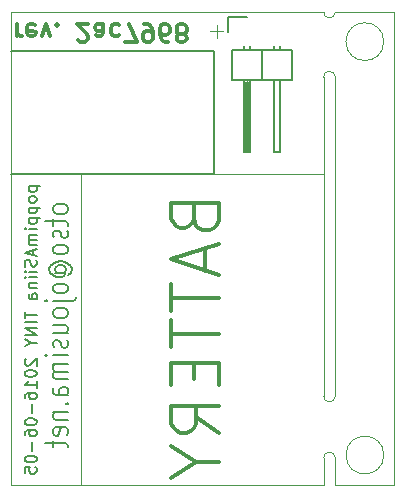
<source format=gbo>
G04 #@! TF.FileFunction,Legend,Bot*
%FSLAX46Y46*%
G04 Gerber Fmt 4.6, Leading zero omitted, Abs format (unit mm)*
G04 Created by KiCad (PCBNEW 4.0.2-stable) date 05/06/2016 01:14:18*
%MOMM*%
G01*
G04 APERTURE LIST*
%ADD10C,0.100000*%
%ADD11C,0.300000*%
%ADD12C,0.200000*%
%ADD13C,0.150000*%
G04 APERTURE END LIST*
D10*
X127500000Y-52200000D02*
X127500000Y-51100000D01*
X126900000Y-51600000D02*
X128000000Y-51600000D01*
D11*
X110557145Y-51021429D02*
X110557145Y-52021429D01*
X110557145Y-51735714D02*
X110628573Y-51878571D01*
X110700002Y-51950000D01*
X110842859Y-52021429D01*
X110985716Y-52021429D01*
X112057144Y-51092857D02*
X111914287Y-51021429D01*
X111628573Y-51021429D01*
X111485716Y-51092857D01*
X111414287Y-51235714D01*
X111414287Y-51807143D01*
X111485716Y-51950000D01*
X111628573Y-52021429D01*
X111914287Y-52021429D01*
X112057144Y-51950000D01*
X112128573Y-51807143D01*
X112128573Y-51664286D01*
X111414287Y-51521429D01*
X112628573Y-52021429D02*
X112985716Y-51021429D01*
X113342858Y-52021429D01*
X113914287Y-51164286D02*
X113985715Y-51092857D01*
X113914287Y-51021429D01*
X113842858Y-51092857D01*
X113914287Y-51164286D01*
X113914287Y-51021429D01*
X115700001Y-52378571D02*
X115771430Y-52450000D01*
X115914287Y-52521429D01*
X116271430Y-52521429D01*
X116414287Y-52450000D01*
X116485716Y-52378571D01*
X116557144Y-52235714D01*
X116557144Y-52092857D01*
X116485716Y-51878571D01*
X115628573Y-51021429D01*
X116557144Y-51021429D01*
X117842858Y-51021429D02*
X117842858Y-51807143D01*
X117771429Y-51950000D01*
X117628572Y-52021429D01*
X117342858Y-52021429D01*
X117200001Y-51950000D01*
X117842858Y-51092857D02*
X117700001Y-51021429D01*
X117342858Y-51021429D01*
X117200001Y-51092857D01*
X117128572Y-51235714D01*
X117128572Y-51378571D01*
X117200001Y-51521429D01*
X117342858Y-51592857D01*
X117700001Y-51592857D01*
X117842858Y-51664286D01*
X119200001Y-51092857D02*
X119057144Y-51021429D01*
X118771430Y-51021429D01*
X118628572Y-51092857D01*
X118557144Y-51164286D01*
X118485715Y-51307143D01*
X118485715Y-51735714D01*
X118557144Y-51878571D01*
X118628572Y-51950000D01*
X118771430Y-52021429D01*
X119057144Y-52021429D01*
X119200001Y-51950000D01*
X119700001Y-52521429D02*
X120700001Y-52521429D01*
X120057144Y-51021429D01*
X121342857Y-51021429D02*
X121628572Y-51021429D01*
X121771429Y-51092857D01*
X121842857Y-51164286D01*
X121985715Y-51378571D01*
X122057143Y-51664286D01*
X122057143Y-52235714D01*
X121985715Y-52378571D01*
X121914286Y-52450000D01*
X121771429Y-52521429D01*
X121485715Y-52521429D01*
X121342857Y-52450000D01*
X121271429Y-52378571D01*
X121200000Y-52235714D01*
X121200000Y-51878571D01*
X121271429Y-51735714D01*
X121342857Y-51664286D01*
X121485715Y-51592857D01*
X121771429Y-51592857D01*
X121914286Y-51664286D01*
X121985715Y-51735714D01*
X122057143Y-51878571D01*
X123342857Y-52521429D02*
X123057143Y-52521429D01*
X122914286Y-52450000D01*
X122842857Y-52378571D01*
X122700000Y-52164286D01*
X122628571Y-51878571D01*
X122628571Y-51307143D01*
X122700000Y-51164286D01*
X122771428Y-51092857D01*
X122914286Y-51021429D01*
X123200000Y-51021429D01*
X123342857Y-51092857D01*
X123414286Y-51164286D01*
X123485714Y-51307143D01*
X123485714Y-51664286D01*
X123414286Y-51807143D01*
X123342857Y-51878571D01*
X123200000Y-51950000D01*
X122914286Y-51950000D01*
X122771428Y-51878571D01*
X122700000Y-51807143D01*
X122628571Y-51664286D01*
X124342857Y-51878571D02*
X124199999Y-51950000D01*
X124128571Y-52021429D01*
X124057142Y-52164286D01*
X124057142Y-52235714D01*
X124128571Y-52378571D01*
X124199999Y-52450000D01*
X124342857Y-52521429D01*
X124628571Y-52521429D01*
X124771428Y-52450000D01*
X124842857Y-52378571D01*
X124914285Y-52235714D01*
X124914285Y-52164286D01*
X124842857Y-52021429D01*
X124771428Y-51950000D01*
X124628571Y-51878571D01*
X124342857Y-51878571D01*
X124199999Y-51807143D01*
X124128571Y-51735714D01*
X124057142Y-51592857D01*
X124057142Y-51307143D01*
X124128571Y-51164286D01*
X124199999Y-51092857D01*
X124342857Y-51021429D01*
X124628571Y-51021429D01*
X124771428Y-51092857D01*
X124842857Y-51164286D01*
X124914285Y-51307143D01*
X124914285Y-51592857D01*
X124842857Y-51735714D01*
X124771428Y-51807143D01*
X124628571Y-51878571D01*
X125514286Y-67500000D02*
X125704762Y-68071429D01*
X125895238Y-68261905D01*
X126276190Y-68452381D01*
X126847619Y-68452381D01*
X127228571Y-68261905D01*
X127419048Y-68071429D01*
X127609524Y-67690476D01*
X127609524Y-66166667D01*
X123609524Y-66166667D01*
X123609524Y-67500000D01*
X123800000Y-67880953D01*
X123990476Y-68071429D01*
X124371429Y-68261905D01*
X124752381Y-68261905D01*
X125133333Y-68071429D01*
X125323810Y-67880953D01*
X125514286Y-67500000D01*
X125514286Y-66166667D01*
X126466667Y-69976191D02*
X126466667Y-71880953D01*
X127609524Y-69595238D02*
X123609524Y-70928572D01*
X127609524Y-72261905D01*
X123609524Y-73023809D02*
X123609524Y-75309524D01*
X127609524Y-74166667D02*
X123609524Y-74166667D01*
X123609524Y-76071428D02*
X123609524Y-78357143D01*
X127609524Y-77214286D02*
X123609524Y-77214286D01*
X125514286Y-79690476D02*
X125514286Y-81023809D01*
X127609524Y-81595238D02*
X127609524Y-79690476D01*
X123609524Y-79690476D01*
X123609524Y-81595238D01*
X127609524Y-85595238D02*
X125704762Y-84261905D01*
X127609524Y-83309524D02*
X123609524Y-83309524D01*
X123609524Y-84833333D01*
X123800000Y-85214286D01*
X123990476Y-85404762D01*
X124371429Y-85595238D01*
X124942857Y-85595238D01*
X125323810Y-85404762D01*
X125514286Y-85214286D01*
X125704762Y-84833333D01*
X125704762Y-83309524D01*
X125704762Y-88071429D02*
X127609524Y-88071429D01*
X123609524Y-86738095D02*
X125704762Y-88071429D01*
X123609524Y-89404762D01*
D12*
X111535714Y-64738095D02*
X112535714Y-64738095D01*
X111583333Y-64738095D02*
X111535714Y-64833333D01*
X111535714Y-65023810D01*
X111583333Y-65119048D01*
X111630952Y-65166667D01*
X111726190Y-65214286D01*
X112011905Y-65214286D01*
X112107143Y-65166667D01*
X112154762Y-65119048D01*
X112202381Y-65023810D01*
X112202381Y-64833333D01*
X112154762Y-64738095D01*
X112202381Y-65785714D02*
X112154762Y-65690476D01*
X112107143Y-65642857D01*
X112011905Y-65595238D01*
X111726190Y-65595238D01*
X111630952Y-65642857D01*
X111583333Y-65690476D01*
X111535714Y-65785714D01*
X111535714Y-65928572D01*
X111583333Y-66023810D01*
X111630952Y-66071429D01*
X111726190Y-66119048D01*
X112011905Y-66119048D01*
X112107143Y-66071429D01*
X112154762Y-66023810D01*
X112202381Y-65928572D01*
X112202381Y-65785714D01*
X111535714Y-66547619D02*
X112535714Y-66547619D01*
X111583333Y-66547619D02*
X111535714Y-66642857D01*
X111535714Y-66833334D01*
X111583333Y-66928572D01*
X111630952Y-66976191D01*
X111726190Y-67023810D01*
X112011905Y-67023810D01*
X112107143Y-66976191D01*
X112154762Y-66928572D01*
X112202381Y-66833334D01*
X112202381Y-66642857D01*
X112154762Y-66547619D01*
X111535714Y-67452381D02*
X112535714Y-67452381D01*
X111583333Y-67452381D02*
X111535714Y-67547619D01*
X111535714Y-67738096D01*
X111583333Y-67833334D01*
X111630952Y-67880953D01*
X111726190Y-67928572D01*
X112011905Y-67928572D01*
X112107143Y-67880953D01*
X112154762Y-67833334D01*
X112202381Y-67738096D01*
X112202381Y-67547619D01*
X112154762Y-67452381D01*
X112202381Y-68357143D02*
X111535714Y-68357143D01*
X111202381Y-68357143D02*
X111250000Y-68309524D01*
X111297619Y-68357143D01*
X111250000Y-68404762D01*
X111202381Y-68357143D01*
X111297619Y-68357143D01*
X112202381Y-68833333D02*
X111535714Y-68833333D01*
X111630952Y-68833333D02*
X111583333Y-68880952D01*
X111535714Y-68976190D01*
X111535714Y-69119048D01*
X111583333Y-69214286D01*
X111678571Y-69261905D01*
X112202381Y-69261905D01*
X111678571Y-69261905D02*
X111583333Y-69309524D01*
X111535714Y-69404762D01*
X111535714Y-69547619D01*
X111583333Y-69642857D01*
X111678571Y-69690476D01*
X112202381Y-69690476D01*
X111916667Y-70119047D02*
X111916667Y-70595238D01*
X112202381Y-70023809D02*
X111202381Y-70357142D01*
X112202381Y-70690476D01*
X112154762Y-70976190D02*
X112202381Y-71119047D01*
X112202381Y-71357143D01*
X112154762Y-71452381D01*
X112107143Y-71500000D01*
X112011905Y-71547619D01*
X111916667Y-71547619D01*
X111821429Y-71500000D01*
X111773810Y-71452381D01*
X111726190Y-71357143D01*
X111678571Y-71166666D01*
X111630952Y-71071428D01*
X111583333Y-71023809D01*
X111488095Y-70976190D01*
X111392857Y-70976190D01*
X111297619Y-71023809D01*
X111250000Y-71071428D01*
X111202381Y-71166666D01*
X111202381Y-71404762D01*
X111250000Y-71547619D01*
X112202381Y-71976190D02*
X111535714Y-71976190D01*
X111202381Y-71976190D02*
X111250000Y-71928571D01*
X111297619Y-71976190D01*
X111250000Y-72023809D01*
X111202381Y-71976190D01*
X111297619Y-71976190D01*
X112202381Y-72452380D02*
X111535714Y-72452380D01*
X111202381Y-72452380D02*
X111250000Y-72404761D01*
X111297619Y-72452380D01*
X111250000Y-72499999D01*
X111202381Y-72452380D01*
X111297619Y-72452380D01*
X111535714Y-72928570D02*
X112202381Y-72928570D01*
X111630952Y-72928570D02*
X111583333Y-72976189D01*
X111535714Y-73071427D01*
X111535714Y-73214285D01*
X111583333Y-73309523D01*
X111678571Y-73357142D01*
X112202381Y-73357142D01*
X112202381Y-74261904D02*
X111678571Y-74261904D01*
X111583333Y-74214285D01*
X111535714Y-74119047D01*
X111535714Y-73928570D01*
X111583333Y-73833332D01*
X112154762Y-74261904D02*
X112202381Y-74166666D01*
X112202381Y-73928570D01*
X112154762Y-73833332D01*
X112059524Y-73785713D01*
X111964286Y-73785713D01*
X111869048Y-73833332D01*
X111821429Y-73928570D01*
X111821429Y-74166666D01*
X111773810Y-74261904D01*
X111202381Y-75357142D02*
X111202381Y-75928571D01*
X112202381Y-75642856D02*
X111202381Y-75642856D01*
X112202381Y-76261904D02*
X111202381Y-76261904D01*
X112202381Y-76738094D02*
X111202381Y-76738094D01*
X112202381Y-77309523D01*
X111202381Y-77309523D01*
X111726190Y-77976189D02*
X112202381Y-77976189D01*
X111202381Y-77642856D02*
X111726190Y-77976189D01*
X111202381Y-78309523D01*
X111297619Y-79357142D02*
X111250000Y-79404761D01*
X111202381Y-79499999D01*
X111202381Y-79738095D01*
X111250000Y-79833333D01*
X111297619Y-79880952D01*
X111392857Y-79928571D01*
X111488095Y-79928571D01*
X111630952Y-79880952D01*
X112202381Y-79309523D01*
X112202381Y-79928571D01*
X111202381Y-80547618D02*
X111202381Y-80642857D01*
X111250000Y-80738095D01*
X111297619Y-80785714D01*
X111392857Y-80833333D01*
X111583333Y-80880952D01*
X111821429Y-80880952D01*
X112011905Y-80833333D01*
X112107143Y-80785714D01*
X112154762Y-80738095D01*
X112202381Y-80642857D01*
X112202381Y-80547618D01*
X112154762Y-80452380D01*
X112107143Y-80404761D01*
X112011905Y-80357142D01*
X111821429Y-80309523D01*
X111583333Y-80309523D01*
X111392857Y-80357142D01*
X111297619Y-80404761D01*
X111250000Y-80452380D01*
X111202381Y-80547618D01*
X112202381Y-81833333D02*
X112202381Y-81261904D01*
X112202381Y-81547618D02*
X111202381Y-81547618D01*
X111345238Y-81452380D01*
X111440476Y-81357142D01*
X111488095Y-81261904D01*
X111202381Y-82690476D02*
X111202381Y-82499999D01*
X111250000Y-82404761D01*
X111297619Y-82357142D01*
X111440476Y-82261904D01*
X111630952Y-82214285D01*
X112011905Y-82214285D01*
X112107143Y-82261904D01*
X112154762Y-82309523D01*
X112202381Y-82404761D01*
X112202381Y-82595238D01*
X112154762Y-82690476D01*
X112107143Y-82738095D01*
X112011905Y-82785714D01*
X111773810Y-82785714D01*
X111678571Y-82738095D01*
X111630952Y-82690476D01*
X111583333Y-82595238D01*
X111583333Y-82404761D01*
X111630952Y-82309523D01*
X111678571Y-82261904D01*
X111773810Y-82214285D01*
X111821429Y-83214285D02*
X111821429Y-83976190D01*
X111202381Y-84642856D02*
X111202381Y-84738095D01*
X111250000Y-84833333D01*
X111297619Y-84880952D01*
X111392857Y-84928571D01*
X111583333Y-84976190D01*
X111821429Y-84976190D01*
X112011905Y-84928571D01*
X112107143Y-84880952D01*
X112154762Y-84833333D01*
X112202381Y-84738095D01*
X112202381Y-84642856D01*
X112154762Y-84547618D01*
X112107143Y-84499999D01*
X112011905Y-84452380D01*
X111821429Y-84404761D01*
X111583333Y-84404761D01*
X111392857Y-84452380D01*
X111297619Y-84499999D01*
X111250000Y-84547618D01*
X111202381Y-84642856D01*
X111202381Y-85833333D02*
X111202381Y-85642856D01*
X111250000Y-85547618D01*
X111297619Y-85499999D01*
X111440476Y-85404761D01*
X111630952Y-85357142D01*
X112011905Y-85357142D01*
X112107143Y-85404761D01*
X112154762Y-85452380D01*
X112202381Y-85547618D01*
X112202381Y-85738095D01*
X112154762Y-85833333D01*
X112107143Y-85880952D01*
X112011905Y-85928571D01*
X111773810Y-85928571D01*
X111678571Y-85880952D01*
X111630952Y-85833333D01*
X111583333Y-85738095D01*
X111583333Y-85547618D01*
X111630952Y-85452380D01*
X111678571Y-85404761D01*
X111773810Y-85357142D01*
X111821429Y-86357142D02*
X111821429Y-87119047D01*
X111202381Y-87785713D02*
X111202381Y-87880952D01*
X111250000Y-87976190D01*
X111297619Y-88023809D01*
X111392857Y-88071428D01*
X111583333Y-88119047D01*
X111821429Y-88119047D01*
X112011905Y-88071428D01*
X112107143Y-88023809D01*
X112154762Y-87976190D01*
X112202381Y-87880952D01*
X112202381Y-87785713D01*
X112154762Y-87690475D01*
X112107143Y-87642856D01*
X112011905Y-87595237D01*
X111821429Y-87547618D01*
X111583333Y-87547618D01*
X111392857Y-87595237D01*
X111297619Y-87642856D01*
X111250000Y-87690475D01*
X111202381Y-87785713D01*
X111202381Y-89023809D02*
X111202381Y-88547618D01*
X111678571Y-88499999D01*
X111630952Y-88547618D01*
X111583333Y-88642856D01*
X111583333Y-88880952D01*
X111630952Y-88976190D01*
X111678571Y-89023809D01*
X111773810Y-89071428D01*
X112011905Y-89071428D01*
X112107143Y-89023809D01*
X112154762Y-88976190D01*
X112202381Y-88880952D01*
X112202381Y-88642856D01*
X112154762Y-88547618D01*
X112107143Y-88499999D01*
X114904762Y-66571429D02*
X114809524Y-66428571D01*
X114714286Y-66357143D01*
X114523810Y-66285714D01*
X113952381Y-66285714D01*
X113761905Y-66357143D01*
X113666667Y-66428571D01*
X113571429Y-66571429D01*
X113571429Y-66785714D01*
X113666667Y-66928571D01*
X113761905Y-67000000D01*
X113952381Y-67071429D01*
X114523810Y-67071429D01*
X114714286Y-67000000D01*
X114809524Y-66928571D01*
X114904762Y-66785714D01*
X114904762Y-66571429D01*
X113571429Y-67500000D02*
X113571429Y-68071429D01*
X112904762Y-67714286D02*
X114619048Y-67714286D01*
X114809524Y-67785714D01*
X114904762Y-67928572D01*
X114904762Y-68071429D01*
X114809524Y-68500000D02*
X114904762Y-68642857D01*
X114904762Y-68928572D01*
X114809524Y-69071429D01*
X114619048Y-69142857D01*
X114523810Y-69142857D01*
X114333333Y-69071429D01*
X114238095Y-68928572D01*
X114238095Y-68714286D01*
X114142857Y-68571429D01*
X113952381Y-68500000D01*
X113857143Y-68500000D01*
X113666667Y-68571429D01*
X113571429Y-68714286D01*
X113571429Y-68928572D01*
X113666667Y-69071429D01*
X114904762Y-70000001D02*
X114809524Y-69857143D01*
X114714286Y-69785715D01*
X114523810Y-69714286D01*
X113952381Y-69714286D01*
X113761905Y-69785715D01*
X113666667Y-69857143D01*
X113571429Y-70000001D01*
X113571429Y-70214286D01*
X113666667Y-70357143D01*
X113761905Y-70428572D01*
X113952381Y-70500001D01*
X114523810Y-70500001D01*
X114714286Y-70428572D01*
X114809524Y-70357143D01*
X114904762Y-70214286D01*
X114904762Y-70000001D01*
X113952381Y-72071429D02*
X113857143Y-72000001D01*
X113761905Y-71857144D01*
X113761905Y-71714286D01*
X113857143Y-71571429D01*
X113952381Y-71500001D01*
X114142857Y-71428572D01*
X114333333Y-71428572D01*
X114523810Y-71500001D01*
X114619048Y-71571429D01*
X114714286Y-71714286D01*
X114714286Y-71857144D01*
X114619048Y-72000001D01*
X114523810Y-72071429D01*
X113761905Y-72071429D02*
X114523810Y-72071429D01*
X114619048Y-72142858D01*
X114619048Y-72214286D01*
X114523810Y-72357144D01*
X114333333Y-72428572D01*
X113857143Y-72428572D01*
X113571429Y-72285715D01*
X113380952Y-72071429D01*
X113285714Y-71785715D01*
X113380952Y-71500001D01*
X113571429Y-71285715D01*
X113857143Y-71142858D01*
X114238095Y-71071429D01*
X114619048Y-71142858D01*
X114904762Y-71285715D01*
X115095238Y-71500001D01*
X115190476Y-71785715D01*
X115095238Y-72071429D01*
X114904762Y-72285715D01*
X114904762Y-73285715D02*
X114809524Y-73142857D01*
X114714286Y-73071429D01*
X114523810Y-73000000D01*
X113952381Y-73000000D01*
X113761905Y-73071429D01*
X113666667Y-73142857D01*
X113571429Y-73285715D01*
X113571429Y-73500000D01*
X113666667Y-73642857D01*
X113761905Y-73714286D01*
X113952381Y-73785715D01*
X114523810Y-73785715D01*
X114714286Y-73714286D01*
X114809524Y-73642857D01*
X114904762Y-73500000D01*
X114904762Y-73285715D01*
X113571429Y-74428572D02*
X115285714Y-74428572D01*
X115476190Y-74357143D01*
X115571429Y-74214286D01*
X115571429Y-74142858D01*
X112904762Y-74428572D02*
X113000000Y-74357143D01*
X113095238Y-74428572D01*
X113000000Y-74500000D01*
X112904762Y-74428572D01*
X113095238Y-74428572D01*
X114904762Y-75357144D02*
X114809524Y-75214286D01*
X114714286Y-75142858D01*
X114523810Y-75071429D01*
X113952381Y-75071429D01*
X113761905Y-75142858D01*
X113666667Y-75214286D01*
X113571429Y-75357144D01*
X113571429Y-75571429D01*
X113666667Y-75714286D01*
X113761905Y-75785715D01*
X113952381Y-75857144D01*
X114523810Y-75857144D01*
X114714286Y-75785715D01*
X114809524Y-75714286D01*
X114904762Y-75571429D01*
X114904762Y-75357144D01*
X113571429Y-77142858D02*
X114904762Y-77142858D01*
X113571429Y-76500001D02*
X114619048Y-76500001D01*
X114809524Y-76571429D01*
X114904762Y-76714287D01*
X114904762Y-76928572D01*
X114809524Y-77071429D01*
X114714286Y-77142858D01*
X114809524Y-77785715D02*
X114904762Y-77928572D01*
X114904762Y-78214287D01*
X114809524Y-78357144D01*
X114619048Y-78428572D01*
X114523810Y-78428572D01*
X114333333Y-78357144D01*
X114238095Y-78214287D01*
X114238095Y-78000001D01*
X114142857Y-77857144D01*
X113952381Y-77785715D01*
X113857143Y-77785715D01*
X113666667Y-77857144D01*
X113571429Y-78000001D01*
X113571429Y-78214287D01*
X113666667Y-78357144D01*
X114904762Y-79071430D02*
X113571429Y-79071430D01*
X112904762Y-79071430D02*
X113000000Y-79000001D01*
X113095238Y-79071430D01*
X113000000Y-79142858D01*
X112904762Y-79071430D01*
X113095238Y-79071430D01*
X114904762Y-79785716D02*
X113571429Y-79785716D01*
X113761905Y-79785716D02*
X113666667Y-79857144D01*
X113571429Y-80000002D01*
X113571429Y-80214287D01*
X113666667Y-80357144D01*
X113857143Y-80428573D01*
X114904762Y-80428573D01*
X113857143Y-80428573D02*
X113666667Y-80500002D01*
X113571429Y-80642859D01*
X113571429Y-80857144D01*
X113666667Y-81000002D01*
X113857143Y-81071430D01*
X114904762Y-81071430D01*
X114904762Y-82428573D02*
X113857143Y-82428573D01*
X113666667Y-82357144D01*
X113571429Y-82214287D01*
X113571429Y-81928573D01*
X113666667Y-81785716D01*
X114809524Y-82428573D02*
X114904762Y-82285716D01*
X114904762Y-81928573D01*
X114809524Y-81785716D01*
X114619048Y-81714287D01*
X114428571Y-81714287D01*
X114238095Y-81785716D01*
X114142857Y-81928573D01*
X114142857Y-82285716D01*
X114047619Y-82428573D01*
X114714286Y-83142859D02*
X114809524Y-83214287D01*
X114904762Y-83142859D01*
X114809524Y-83071430D01*
X114714286Y-83142859D01*
X114904762Y-83142859D01*
X113571429Y-83857145D02*
X114904762Y-83857145D01*
X113761905Y-83857145D02*
X113666667Y-83928573D01*
X113571429Y-84071431D01*
X113571429Y-84285716D01*
X113666667Y-84428573D01*
X113857143Y-84500002D01*
X114904762Y-84500002D01*
X114809524Y-85785716D02*
X114904762Y-85642859D01*
X114904762Y-85357145D01*
X114809524Y-85214288D01*
X114619048Y-85142859D01*
X113857143Y-85142859D01*
X113666667Y-85214288D01*
X113571429Y-85357145D01*
X113571429Y-85642859D01*
X113666667Y-85785716D01*
X113857143Y-85857145D01*
X114047619Y-85857145D01*
X114238095Y-85142859D01*
X113571429Y-86285716D02*
X113571429Y-86857145D01*
X112904762Y-86500002D02*
X114619048Y-86500002D01*
X114809524Y-86571430D01*
X114904762Y-86714288D01*
X114904762Y-86857145D01*
D10*
X127200000Y-63700000D02*
X136500000Y-63700000D01*
X116000000Y-63800000D02*
X116000000Y-90000000D01*
X137000000Y-50500000D02*
G75*
G03X137500000Y-50000000I0J500000D01*
G01*
X136500000Y-50000000D02*
G75*
G03X137000000Y-50500000I500000J0D01*
G01*
X136500000Y-57750000D02*
X136500000Y-55500000D01*
X137500000Y-55500000D02*
X137500000Y-57750000D01*
X137500000Y-55500000D02*
G75*
G03X137000000Y-55000000I-500000J0D01*
G01*
X137000000Y-55000000D02*
G75*
G03X136500000Y-55500000I0J-500000D01*
G01*
X137500000Y-65750000D02*
X137500000Y-70500000D01*
X136500000Y-58500000D02*
X136500000Y-63250000D01*
X136500000Y-75500000D02*
X136500000Y-70750000D01*
X137500000Y-70750000D02*
X137500000Y-75500000D01*
X136500000Y-87750000D02*
X136500000Y-90000000D01*
X137500000Y-90000000D02*
X137500000Y-87750000D01*
X137500000Y-57750000D02*
X137500000Y-65750000D01*
X137500000Y-70500000D02*
X137500000Y-70750000D01*
X136500000Y-63500000D02*
X136500000Y-70750000D01*
X136500000Y-63500000D02*
X136500000Y-63250000D01*
X141600000Y-87500000D02*
G75*
G03X141600000Y-87500000I-1600000J0D01*
G01*
X141600000Y-52500000D02*
G75*
G03X141600000Y-52500000I-1600000J0D01*
G01*
X136500000Y-58500000D02*
X136500000Y-57750000D01*
X142500000Y-90000000D02*
X140000000Y-90000000D01*
X142500000Y-50000000D02*
X139000000Y-50000000D01*
X142500000Y-90000000D02*
X142500000Y-50000000D01*
X139000000Y-50000000D02*
X137500000Y-50000000D01*
X136500000Y-50000000D02*
X110000000Y-50000000D01*
X136500000Y-82500000D02*
X136500000Y-75500000D01*
X137500000Y-75500000D02*
X137500000Y-82500000D01*
X137000000Y-83000000D02*
G75*
G03X137500000Y-82500000I0J500000D01*
G01*
X136500000Y-82500000D02*
G75*
G03X137000000Y-83000000I500000J0D01*
G01*
X137500000Y-87750000D02*
G75*
G03X137000000Y-87250000I-500000J0D01*
G01*
X137000000Y-87250000D02*
G75*
G03X136500000Y-87750000I0J-500000D01*
G01*
X137500000Y-90000000D02*
X139000000Y-90000000D01*
X136500000Y-90000000D02*
X110000000Y-90000000D01*
X140000000Y-90000000D02*
X139000000Y-90000000D01*
X110000000Y-50000000D02*
X110000000Y-90000000D01*
D13*
X110200000Y-63700000D02*
X110000000Y-63700000D01*
X110200000Y-63700000D02*
X127200000Y-63700000D01*
X127200000Y-63700000D02*
X127200000Y-62700000D01*
X110000000Y-53300000D02*
X127200000Y-53300000D01*
X127200000Y-53300000D02*
X127200000Y-59300000D01*
X127200000Y-59300000D02*
X127200000Y-62700000D01*
X128450000Y-50400000D02*
X130000000Y-50400000D01*
X128450000Y-51700000D02*
X128450000Y-50400000D01*
X129873000Y-55891000D02*
X129873000Y-61733000D01*
X129873000Y-61733000D02*
X130127000Y-61733000D01*
X130127000Y-61733000D02*
X130127000Y-55891000D01*
X130127000Y-55891000D02*
X130000000Y-55891000D01*
X130000000Y-55891000D02*
X130000000Y-61733000D01*
X129746000Y-53224000D02*
X129746000Y-52843000D01*
X130254000Y-53224000D02*
X130254000Y-52843000D01*
X132286000Y-53224000D02*
X132286000Y-52843000D01*
X132794000Y-53224000D02*
X132794000Y-52843000D01*
X128730000Y-53224000D02*
X128730000Y-55764000D01*
X131270000Y-53224000D02*
X131270000Y-55764000D01*
X131270000Y-53224000D02*
X133810000Y-53224000D01*
X133810000Y-53224000D02*
X133810000Y-55764000D01*
X132286000Y-55764000D02*
X132286000Y-61860000D01*
X132286000Y-61860000D02*
X132794000Y-61860000D01*
X132794000Y-61860000D02*
X132794000Y-55764000D01*
X133810000Y-55764000D02*
X131270000Y-55764000D01*
X131270000Y-55764000D02*
X128730000Y-55764000D01*
X130254000Y-61860000D02*
X130254000Y-55764000D01*
X129746000Y-61860000D02*
X130254000Y-61860000D01*
X129746000Y-55764000D02*
X129746000Y-61860000D01*
X131270000Y-53224000D02*
X131270000Y-55764000D01*
X128730000Y-53224000D02*
X131270000Y-53224000D01*
M02*

</source>
